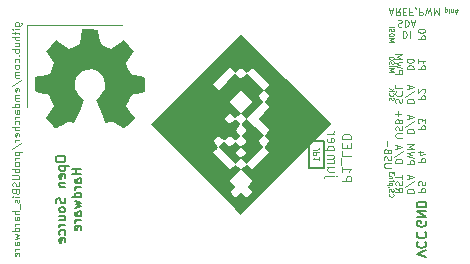
<source format=gbo>
G04 (created by PCBNEW (2013-mar-13)-testing) date Wed 17 Sep 2014 04:23:05 PM PDT*
%MOIN*%
G04 Gerber Fmt 3.4, Leading zero omitted, Abs format*
%FSLAX34Y34*%
G01*
G70*
G90*
G04 APERTURE LIST*
%ADD10C,0.005906*%
%ADD11C,0.007874*%
%ADD12C,0.003937*%
%ADD13C,0.006299*%
%ADD14C,0.004724*%
%ADD15C,0.005000*%
%ADD16C,0.000100*%
%ADD17C,0.004500*%
G04 APERTURE END LIST*
G54D10*
G54D11*
X45327Y-41127D02*
X45327Y-41187D01*
X45342Y-41217D01*
X45372Y-41247D01*
X45432Y-41262D01*
X45537Y-41262D01*
X45597Y-41247D01*
X45627Y-41217D01*
X45642Y-41187D01*
X45642Y-41127D01*
X45627Y-41097D01*
X45597Y-41067D01*
X45537Y-41052D01*
X45432Y-41052D01*
X45372Y-41067D01*
X45342Y-41097D01*
X45327Y-41127D01*
X45432Y-41397D02*
X45747Y-41397D01*
X45447Y-41397D02*
X45432Y-41427D01*
X45432Y-41487D01*
X45447Y-41517D01*
X45462Y-41532D01*
X45492Y-41547D01*
X45582Y-41547D01*
X45612Y-41532D01*
X45627Y-41517D01*
X45642Y-41487D01*
X45642Y-41427D01*
X45627Y-41397D01*
X45627Y-41802D02*
X45642Y-41772D01*
X45642Y-41712D01*
X45627Y-41682D01*
X45597Y-41667D01*
X45477Y-41667D01*
X45447Y-41682D01*
X45432Y-41712D01*
X45432Y-41772D01*
X45447Y-41802D01*
X45477Y-41817D01*
X45507Y-41817D01*
X45537Y-41667D01*
X45432Y-41952D02*
X45642Y-41952D01*
X45462Y-41952D02*
X45447Y-41967D01*
X45432Y-41997D01*
X45432Y-42042D01*
X45447Y-42072D01*
X45477Y-42087D01*
X45642Y-42087D01*
X45627Y-42462D02*
X45642Y-42507D01*
X45642Y-42582D01*
X45627Y-42612D01*
X45612Y-42627D01*
X45582Y-42642D01*
X45552Y-42642D01*
X45522Y-42627D01*
X45507Y-42612D01*
X45492Y-42582D01*
X45477Y-42522D01*
X45462Y-42492D01*
X45447Y-42477D01*
X45417Y-42462D01*
X45387Y-42462D01*
X45357Y-42477D01*
X45342Y-42492D01*
X45327Y-42522D01*
X45327Y-42597D01*
X45342Y-42642D01*
X45642Y-42822D02*
X45627Y-42792D01*
X45612Y-42777D01*
X45582Y-42762D01*
X45492Y-42762D01*
X45462Y-42777D01*
X45447Y-42792D01*
X45432Y-42822D01*
X45432Y-42867D01*
X45447Y-42897D01*
X45462Y-42912D01*
X45492Y-42927D01*
X45582Y-42927D01*
X45612Y-42912D01*
X45627Y-42897D01*
X45642Y-42867D01*
X45642Y-42822D01*
X45432Y-43197D02*
X45642Y-43197D01*
X45432Y-43062D02*
X45597Y-43062D01*
X45627Y-43077D01*
X45642Y-43107D01*
X45642Y-43152D01*
X45627Y-43182D01*
X45612Y-43197D01*
X45642Y-43347D02*
X45432Y-43347D01*
X45492Y-43347D02*
X45462Y-43362D01*
X45447Y-43377D01*
X45432Y-43407D01*
X45432Y-43437D01*
X45627Y-43677D02*
X45642Y-43647D01*
X45642Y-43587D01*
X45627Y-43557D01*
X45612Y-43542D01*
X45582Y-43527D01*
X45492Y-43527D01*
X45462Y-43542D01*
X45447Y-43557D01*
X45432Y-43587D01*
X45432Y-43647D01*
X45447Y-43677D01*
X45627Y-43932D02*
X45642Y-43902D01*
X45642Y-43842D01*
X45627Y-43812D01*
X45597Y-43797D01*
X45477Y-43797D01*
X45447Y-43812D01*
X45432Y-43842D01*
X45432Y-43902D01*
X45447Y-43932D01*
X45477Y-43947D01*
X45507Y-43947D01*
X45537Y-43797D01*
X46162Y-41487D02*
X45847Y-41487D01*
X45997Y-41487D02*
X45997Y-41667D01*
X46162Y-41667D02*
X45847Y-41667D01*
X46162Y-41952D02*
X45997Y-41952D01*
X45967Y-41937D01*
X45952Y-41907D01*
X45952Y-41847D01*
X45967Y-41817D01*
X46147Y-41952D02*
X46162Y-41922D01*
X46162Y-41847D01*
X46147Y-41817D01*
X46117Y-41802D01*
X46087Y-41802D01*
X46057Y-41817D01*
X46042Y-41847D01*
X46042Y-41922D01*
X46027Y-41952D01*
X46162Y-42102D02*
X45952Y-42102D01*
X46012Y-42102D02*
X45982Y-42117D01*
X45967Y-42132D01*
X45952Y-42162D01*
X45952Y-42192D01*
X46162Y-42432D02*
X45847Y-42432D01*
X46147Y-42432D02*
X46162Y-42402D01*
X46162Y-42342D01*
X46147Y-42312D01*
X46132Y-42297D01*
X46102Y-42282D01*
X46012Y-42282D01*
X45982Y-42297D01*
X45967Y-42312D01*
X45952Y-42342D01*
X45952Y-42402D01*
X45967Y-42432D01*
X45952Y-42552D02*
X46162Y-42612D01*
X46012Y-42672D01*
X46162Y-42732D01*
X45952Y-42792D01*
X46162Y-43047D02*
X45997Y-43047D01*
X45967Y-43032D01*
X45952Y-43002D01*
X45952Y-42942D01*
X45967Y-42912D01*
X46147Y-43047D02*
X46162Y-43017D01*
X46162Y-42942D01*
X46147Y-42912D01*
X46117Y-42897D01*
X46087Y-42897D01*
X46057Y-42912D01*
X46042Y-42942D01*
X46042Y-43017D01*
X46027Y-43047D01*
X46162Y-43197D02*
X45952Y-43197D01*
X46012Y-43197D02*
X45982Y-43212D01*
X45967Y-43227D01*
X45952Y-43257D01*
X45952Y-43287D01*
X46147Y-43512D02*
X46162Y-43482D01*
X46162Y-43422D01*
X46147Y-43392D01*
X46117Y-43377D01*
X45997Y-43377D01*
X45967Y-43392D01*
X45952Y-43422D01*
X45952Y-43482D01*
X45967Y-43512D01*
X45997Y-43527D01*
X46027Y-43527D01*
X46057Y-43377D01*
G54D12*
X56436Y-39202D02*
X56428Y-39179D01*
X56428Y-39142D01*
X56436Y-39127D01*
X56443Y-39119D01*
X56458Y-39112D01*
X56473Y-39112D01*
X56488Y-39119D01*
X56496Y-39127D01*
X56503Y-39142D01*
X56511Y-39172D01*
X56518Y-39187D01*
X56526Y-39194D01*
X56541Y-39202D01*
X56556Y-39202D01*
X56571Y-39194D01*
X56578Y-39187D01*
X56586Y-39172D01*
X56586Y-39134D01*
X56578Y-39112D01*
X56443Y-38955D02*
X56436Y-38962D01*
X56428Y-38985D01*
X56428Y-39000D01*
X56436Y-39022D01*
X56451Y-39037D01*
X56466Y-39044D01*
X56496Y-39052D01*
X56518Y-39052D01*
X56548Y-39044D01*
X56563Y-39037D01*
X56578Y-39022D01*
X56586Y-39000D01*
X56586Y-38985D01*
X56578Y-38962D01*
X56571Y-38955D01*
X56428Y-38887D02*
X56586Y-38887D01*
X56428Y-38797D02*
X56518Y-38865D01*
X56586Y-38797D02*
X56496Y-38887D01*
X58282Y-36254D02*
X58282Y-36096D01*
X58282Y-36246D02*
X58297Y-36254D01*
X58327Y-36254D01*
X58342Y-36246D01*
X58350Y-36239D01*
X58357Y-36224D01*
X58357Y-36179D01*
X58350Y-36164D01*
X58342Y-36156D01*
X58327Y-36149D01*
X58297Y-36149D01*
X58282Y-36156D01*
X58425Y-36149D02*
X58425Y-36254D01*
X58425Y-36306D02*
X58417Y-36299D01*
X58425Y-36291D01*
X58432Y-36299D01*
X58425Y-36306D01*
X58425Y-36291D01*
X58500Y-36254D02*
X58500Y-36149D01*
X58500Y-36239D02*
X58507Y-36246D01*
X58522Y-36254D01*
X58544Y-36254D01*
X58559Y-36246D01*
X58567Y-36231D01*
X58567Y-36149D01*
X58709Y-36254D02*
X58709Y-36149D01*
X58672Y-36314D02*
X58634Y-36201D01*
X58732Y-36201D01*
X56443Y-42318D02*
X56436Y-42326D01*
X56428Y-42348D01*
X56428Y-42363D01*
X56436Y-42386D01*
X56451Y-42401D01*
X56466Y-42408D01*
X56496Y-42416D01*
X56518Y-42416D01*
X56548Y-42408D01*
X56563Y-42401D01*
X56578Y-42386D01*
X56586Y-42363D01*
X56586Y-42348D01*
X56578Y-42326D01*
X56571Y-42318D01*
X56436Y-42258D02*
X56428Y-42236D01*
X56428Y-42198D01*
X56436Y-42183D01*
X56443Y-42176D01*
X56458Y-42168D01*
X56473Y-42168D01*
X56488Y-42176D01*
X56496Y-42183D01*
X56503Y-42198D01*
X56511Y-42228D01*
X56518Y-42243D01*
X56526Y-42251D01*
X56541Y-42258D01*
X56556Y-42258D01*
X56571Y-42251D01*
X56578Y-42243D01*
X56586Y-42228D01*
X56586Y-42191D01*
X56578Y-42168D01*
X56436Y-42093D02*
X56428Y-42093D01*
X56413Y-42101D01*
X56406Y-42108D01*
X56533Y-42026D02*
X56376Y-42026D01*
X56526Y-42026D02*
X56533Y-42011D01*
X56533Y-41981D01*
X56526Y-41966D01*
X56518Y-41958D01*
X56503Y-41951D01*
X56458Y-41951D01*
X56443Y-41958D01*
X56436Y-41966D01*
X56428Y-41981D01*
X56428Y-42011D01*
X56436Y-42026D01*
X56428Y-41883D02*
X56533Y-41883D01*
X56586Y-41883D02*
X56578Y-41891D01*
X56571Y-41883D01*
X56578Y-41876D01*
X56586Y-41883D01*
X56571Y-41883D01*
X56533Y-41808D02*
X56428Y-41808D01*
X56518Y-41808D02*
X56526Y-41801D01*
X56533Y-41786D01*
X56533Y-41763D01*
X56526Y-41748D01*
X56511Y-41741D01*
X56428Y-41741D01*
X56586Y-41681D02*
X56586Y-41583D01*
X56526Y-41636D01*
X56526Y-41613D01*
X56518Y-41598D01*
X56511Y-41591D01*
X56496Y-41583D01*
X56458Y-41583D01*
X56443Y-41591D01*
X56436Y-41598D01*
X56428Y-41613D01*
X56428Y-41658D01*
X56436Y-41673D01*
X56443Y-41681D01*
X56428Y-38247D02*
X56586Y-38247D01*
X56473Y-38194D01*
X56586Y-38142D01*
X56428Y-38142D01*
X56428Y-38067D02*
X56586Y-38067D01*
X56436Y-38000D02*
X56428Y-37977D01*
X56428Y-37940D01*
X56436Y-37925D01*
X56443Y-37917D01*
X56458Y-37910D01*
X56473Y-37910D01*
X56488Y-37917D01*
X56496Y-37925D01*
X56503Y-37940D01*
X56511Y-37970D01*
X56518Y-37985D01*
X56526Y-37992D01*
X56541Y-38000D01*
X56556Y-38000D01*
X56571Y-37992D01*
X56578Y-37985D01*
X56586Y-37970D01*
X56586Y-37932D01*
X56578Y-37910D01*
X56586Y-37812D02*
X56586Y-37782D01*
X56578Y-37767D01*
X56563Y-37752D01*
X56533Y-37745D01*
X56481Y-37745D01*
X56451Y-37752D01*
X56436Y-37767D01*
X56428Y-37782D01*
X56428Y-37812D01*
X56436Y-37827D01*
X56451Y-37842D01*
X56481Y-37850D01*
X56533Y-37850D01*
X56563Y-37842D01*
X56578Y-37827D01*
X56586Y-37812D01*
X56428Y-37247D02*
X56586Y-37247D01*
X56473Y-37194D01*
X56586Y-37142D01*
X56428Y-37142D01*
X56586Y-37037D02*
X56586Y-37007D01*
X56578Y-36992D01*
X56563Y-36977D01*
X56533Y-36970D01*
X56481Y-36970D01*
X56451Y-36977D01*
X56436Y-36992D01*
X56428Y-37007D01*
X56428Y-37037D01*
X56436Y-37052D01*
X56451Y-37067D01*
X56481Y-37074D01*
X56533Y-37074D01*
X56563Y-37067D01*
X56578Y-37052D01*
X56586Y-37037D01*
X56436Y-36910D02*
X56428Y-36887D01*
X56428Y-36850D01*
X56436Y-36835D01*
X56443Y-36827D01*
X56458Y-36820D01*
X56473Y-36820D01*
X56488Y-36827D01*
X56496Y-36835D01*
X56503Y-36850D01*
X56511Y-36880D01*
X56518Y-36895D01*
X56526Y-36902D01*
X56541Y-36910D01*
X56556Y-36910D01*
X56571Y-36902D01*
X56578Y-36895D01*
X56586Y-36880D01*
X56586Y-36842D01*
X56578Y-36820D01*
X56428Y-36752D02*
X56586Y-36752D01*
G54D13*
X57672Y-44419D02*
X57357Y-44314D01*
X57672Y-44209D01*
X57387Y-43925D02*
X57372Y-43940D01*
X57357Y-43985D01*
X57357Y-44014D01*
X57372Y-44059D01*
X57402Y-44089D01*
X57432Y-44104D01*
X57492Y-44119D01*
X57537Y-44119D01*
X57597Y-44104D01*
X57627Y-44089D01*
X57657Y-44059D01*
X57672Y-44014D01*
X57672Y-43985D01*
X57657Y-43940D01*
X57642Y-43925D01*
X57387Y-43610D02*
X57372Y-43625D01*
X57357Y-43670D01*
X57357Y-43700D01*
X57372Y-43745D01*
X57402Y-43775D01*
X57432Y-43790D01*
X57492Y-43805D01*
X57537Y-43805D01*
X57597Y-43790D01*
X57627Y-43775D01*
X57657Y-43745D01*
X57672Y-43700D01*
X57672Y-43670D01*
X57657Y-43625D01*
X57642Y-43610D01*
X57657Y-43239D02*
X57672Y-43269D01*
X57672Y-43314D01*
X57657Y-43359D01*
X57627Y-43389D01*
X57597Y-43404D01*
X57537Y-43419D01*
X57492Y-43419D01*
X57432Y-43404D01*
X57402Y-43389D01*
X57372Y-43359D01*
X57357Y-43314D01*
X57357Y-43284D01*
X57372Y-43239D01*
X57387Y-43224D01*
X57492Y-43224D01*
X57492Y-43284D01*
X57357Y-43089D02*
X57672Y-43089D01*
X57357Y-42910D01*
X57672Y-42910D01*
X57357Y-42760D02*
X57672Y-42760D01*
X57672Y-42685D01*
X57657Y-42640D01*
X57627Y-42610D01*
X57597Y-42595D01*
X57537Y-42580D01*
X57492Y-42580D01*
X57432Y-42595D01*
X57402Y-42610D01*
X57372Y-42640D01*
X57357Y-42685D01*
X57357Y-42760D01*
G54D14*
X43949Y-36720D02*
X44140Y-36720D01*
X44163Y-36709D01*
X44174Y-36697D01*
X44185Y-36675D01*
X44185Y-36641D01*
X44174Y-36619D01*
X44095Y-36720D02*
X44106Y-36697D01*
X44106Y-36652D01*
X44095Y-36630D01*
X44084Y-36619D01*
X44061Y-36607D01*
X43994Y-36607D01*
X43971Y-36619D01*
X43960Y-36630D01*
X43949Y-36652D01*
X43949Y-36697D01*
X43960Y-36720D01*
X44106Y-36832D02*
X43949Y-36832D01*
X43870Y-36832D02*
X43881Y-36821D01*
X43893Y-36832D01*
X43881Y-36844D01*
X43870Y-36832D01*
X43893Y-36832D01*
X43949Y-36911D02*
X43949Y-37001D01*
X43870Y-36945D02*
X44073Y-36945D01*
X44095Y-36956D01*
X44106Y-36979D01*
X44106Y-37001D01*
X44106Y-37080D02*
X43870Y-37080D01*
X44106Y-37181D02*
X43983Y-37181D01*
X43960Y-37170D01*
X43949Y-37147D01*
X43949Y-37114D01*
X43960Y-37091D01*
X43971Y-37080D01*
X43949Y-37395D02*
X44106Y-37395D01*
X43949Y-37294D02*
X44073Y-37294D01*
X44095Y-37305D01*
X44106Y-37327D01*
X44106Y-37361D01*
X44095Y-37384D01*
X44084Y-37395D01*
X44106Y-37507D02*
X43870Y-37507D01*
X43960Y-37507D02*
X43949Y-37530D01*
X43949Y-37575D01*
X43960Y-37597D01*
X43971Y-37609D01*
X43994Y-37620D01*
X44061Y-37620D01*
X44084Y-37609D01*
X44095Y-37597D01*
X44106Y-37575D01*
X44106Y-37530D01*
X44095Y-37507D01*
X44084Y-37721D02*
X44095Y-37732D01*
X44106Y-37721D01*
X44095Y-37710D01*
X44084Y-37721D01*
X44106Y-37721D01*
X44095Y-37935D02*
X44106Y-37912D01*
X44106Y-37867D01*
X44095Y-37845D01*
X44084Y-37834D01*
X44061Y-37822D01*
X43994Y-37822D01*
X43971Y-37834D01*
X43960Y-37845D01*
X43949Y-37867D01*
X43949Y-37912D01*
X43960Y-37935D01*
X44106Y-38070D02*
X44095Y-38047D01*
X44084Y-38036D01*
X44061Y-38025D01*
X43994Y-38025D01*
X43971Y-38036D01*
X43960Y-38047D01*
X43949Y-38070D01*
X43949Y-38104D01*
X43960Y-38126D01*
X43971Y-38137D01*
X43994Y-38149D01*
X44061Y-38149D01*
X44084Y-38137D01*
X44095Y-38126D01*
X44106Y-38104D01*
X44106Y-38070D01*
X44106Y-38250D02*
X43949Y-38250D01*
X43971Y-38250D02*
X43960Y-38261D01*
X43949Y-38284D01*
X43949Y-38317D01*
X43960Y-38340D01*
X43983Y-38351D01*
X44106Y-38351D01*
X43983Y-38351D02*
X43960Y-38362D01*
X43949Y-38385D01*
X43949Y-38419D01*
X43960Y-38441D01*
X43983Y-38452D01*
X44106Y-38452D01*
X43859Y-38733D02*
X44163Y-38531D01*
X44095Y-38902D02*
X44106Y-38880D01*
X44106Y-38835D01*
X44095Y-38812D01*
X44073Y-38801D01*
X43983Y-38801D01*
X43960Y-38812D01*
X43949Y-38835D01*
X43949Y-38880D01*
X43960Y-38902D01*
X43983Y-38913D01*
X44005Y-38913D01*
X44028Y-38801D01*
X44106Y-39015D02*
X43949Y-39015D01*
X43971Y-39015D02*
X43960Y-39026D01*
X43949Y-39048D01*
X43949Y-39082D01*
X43960Y-39105D01*
X43983Y-39116D01*
X44106Y-39116D01*
X43983Y-39116D02*
X43960Y-39127D01*
X43949Y-39150D01*
X43949Y-39183D01*
X43960Y-39206D01*
X43983Y-39217D01*
X44106Y-39217D01*
X44106Y-39431D02*
X43870Y-39431D01*
X44095Y-39431D02*
X44106Y-39408D01*
X44106Y-39363D01*
X44095Y-39341D01*
X44084Y-39330D01*
X44061Y-39318D01*
X43994Y-39318D01*
X43971Y-39330D01*
X43960Y-39341D01*
X43949Y-39363D01*
X43949Y-39408D01*
X43960Y-39431D01*
X44106Y-39645D02*
X43983Y-39645D01*
X43960Y-39633D01*
X43949Y-39611D01*
X43949Y-39566D01*
X43960Y-39543D01*
X44095Y-39645D02*
X44106Y-39622D01*
X44106Y-39566D01*
X44095Y-39543D01*
X44073Y-39532D01*
X44050Y-39532D01*
X44028Y-39543D01*
X44016Y-39566D01*
X44016Y-39622D01*
X44005Y-39645D01*
X44106Y-39757D02*
X43949Y-39757D01*
X43994Y-39757D02*
X43971Y-39768D01*
X43960Y-39780D01*
X43949Y-39802D01*
X43949Y-39825D01*
X44095Y-40005D02*
X44106Y-39982D01*
X44106Y-39937D01*
X44095Y-39915D01*
X44084Y-39903D01*
X44061Y-39892D01*
X43994Y-39892D01*
X43971Y-39903D01*
X43960Y-39915D01*
X43949Y-39937D01*
X43949Y-39982D01*
X43960Y-40005D01*
X44106Y-40106D02*
X43870Y-40106D01*
X44106Y-40207D02*
X43983Y-40207D01*
X43960Y-40196D01*
X43949Y-40173D01*
X43949Y-40140D01*
X43960Y-40117D01*
X43971Y-40106D01*
X44095Y-40410D02*
X44106Y-40387D01*
X44106Y-40342D01*
X44095Y-40320D01*
X44073Y-40308D01*
X43983Y-40308D01*
X43960Y-40320D01*
X43949Y-40342D01*
X43949Y-40387D01*
X43960Y-40410D01*
X43983Y-40421D01*
X44005Y-40421D01*
X44028Y-40308D01*
X44106Y-40522D02*
X43949Y-40522D01*
X43994Y-40522D02*
X43971Y-40533D01*
X43960Y-40544D01*
X43949Y-40567D01*
X43949Y-40589D01*
X43859Y-40837D02*
X44163Y-40634D01*
X43949Y-40916D02*
X44185Y-40916D01*
X43960Y-40916D02*
X43949Y-40938D01*
X43949Y-40983D01*
X43960Y-41006D01*
X43971Y-41017D01*
X43994Y-41028D01*
X44061Y-41028D01*
X44084Y-41017D01*
X44095Y-41006D01*
X44106Y-40983D01*
X44106Y-40938D01*
X44095Y-40916D01*
X44106Y-41129D02*
X43949Y-41129D01*
X43994Y-41129D02*
X43971Y-41141D01*
X43960Y-41152D01*
X43949Y-41174D01*
X43949Y-41197D01*
X44106Y-41309D02*
X44095Y-41287D01*
X44084Y-41276D01*
X44061Y-41264D01*
X43994Y-41264D01*
X43971Y-41276D01*
X43960Y-41287D01*
X43949Y-41309D01*
X43949Y-41343D01*
X43960Y-41366D01*
X43971Y-41377D01*
X43994Y-41388D01*
X44061Y-41388D01*
X44084Y-41377D01*
X44095Y-41366D01*
X44106Y-41343D01*
X44106Y-41309D01*
X44106Y-41489D02*
X43870Y-41489D01*
X43960Y-41489D02*
X43949Y-41512D01*
X43949Y-41557D01*
X43960Y-41579D01*
X43971Y-41591D01*
X43994Y-41602D01*
X44061Y-41602D01*
X44084Y-41591D01*
X44095Y-41579D01*
X44106Y-41557D01*
X44106Y-41512D01*
X44095Y-41489D01*
X43870Y-41703D02*
X44061Y-41703D01*
X44084Y-41714D01*
X44095Y-41726D01*
X44106Y-41748D01*
X44106Y-41793D01*
X44095Y-41816D01*
X44084Y-41827D01*
X44061Y-41838D01*
X43870Y-41838D01*
X44095Y-41939D02*
X44106Y-41973D01*
X44106Y-42029D01*
X44095Y-42052D01*
X44084Y-42063D01*
X44061Y-42074D01*
X44039Y-42074D01*
X44016Y-42063D01*
X44005Y-42052D01*
X43994Y-42029D01*
X43983Y-41984D01*
X43971Y-41962D01*
X43960Y-41951D01*
X43938Y-41939D01*
X43915Y-41939D01*
X43893Y-41951D01*
X43881Y-41962D01*
X43870Y-41984D01*
X43870Y-42041D01*
X43881Y-42074D01*
X43983Y-42254D02*
X43994Y-42288D01*
X44005Y-42299D01*
X44028Y-42311D01*
X44061Y-42311D01*
X44084Y-42299D01*
X44095Y-42288D01*
X44106Y-42266D01*
X44106Y-42176D01*
X43870Y-42176D01*
X43870Y-42254D01*
X43881Y-42277D01*
X43893Y-42288D01*
X43915Y-42299D01*
X43938Y-42299D01*
X43960Y-42288D01*
X43971Y-42277D01*
X43983Y-42254D01*
X43983Y-42176D01*
X44106Y-42412D02*
X43949Y-42412D01*
X43870Y-42412D02*
X43881Y-42401D01*
X43893Y-42412D01*
X43881Y-42423D01*
X43870Y-42412D01*
X43893Y-42412D01*
X44095Y-42513D02*
X44106Y-42535D01*
X44106Y-42580D01*
X44095Y-42603D01*
X44073Y-42614D01*
X44061Y-42614D01*
X44039Y-42603D01*
X44028Y-42580D01*
X44028Y-42547D01*
X44016Y-42524D01*
X43994Y-42513D01*
X43983Y-42513D01*
X43960Y-42524D01*
X43949Y-42547D01*
X43949Y-42580D01*
X43960Y-42603D01*
X44129Y-42659D02*
X44129Y-42839D01*
X44106Y-42895D02*
X43870Y-42895D01*
X44106Y-42997D02*
X43983Y-42997D01*
X43960Y-42985D01*
X43949Y-42963D01*
X43949Y-42929D01*
X43960Y-42907D01*
X43971Y-42895D01*
X44106Y-43210D02*
X43983Y-43210D01*
X43960Y-43199D01*
X43949Y-43177D01*
X43949Y-43132D01*
X43960Y-43109D01*
X44095Y-43210D02*
X44106Y-43188D01*
X44106Y-43132D01*
X44095Y-43109D01*
X44073Y-43098D01*
X44050Y-43098D01*
X44028Y-43109D01*
X44016Y-43132D01*
X44016Y-43188D01*
X44005Y-43210D01*
X44106Y-43323D02*
X43949Y-43323D01*
X43994Y-43323D02*
X43971Y-43334D01*
X43960Y-43345D01*
X43949Y-43368D01*
X43949Y-43390D01*
X44106Y-43570D02*
X43870Y-43570D01*
X44095Y-43570D02*
X44106Y-43548D01*
X44106Y-43503D01*
X44095Y-43480D01*
X44084Y-43469D01*
X44061Y-43458D01*
X43994Y-43458D01*
X43971Y-43469D01*
X43960Y-43480D01*
X43949Y-43503D01*
X43949Y-43548D01*
X43960Y-43570D01*
X43949Y-43660D02*
X44106Y-43705D01*
X43994Y-43750D01*
X44106Y-43795D01*
X43949Y-43840D01*
X44106Y-44032D02*
X43983Y-44032D01*
X43960Y-44020D01*
X43949Y-43998D01*
X43949Y-43953D01*
X43960Y-43930D01*
X44095Y-44032D02*
X44106Y-44009D01*
X44106Y-43953D01*
X44095Y-43930D01*
X44073Y-43919D01*
X44050Y-43919D01*
X44028Y-43930D01*
X44016Y-43953D01*
X44016Y-44009D01*
X44005Y-44032D01*
X44106Y-44144D02*
X43949Y-44144D01*
X43994Y-44144D02*
X43971Y-44155D01*
X43960Y-44167D01*
X43949Y-44189D01*
X43949Y-44212D01*
X44095Y-44380D02*
X44106Y-44358D01*
X44106Y-44313D01*
X44095Y-44290D01*
X44073Y-44279D01*
X43983Y-44279D01*
X43960Y-44290D01*
X43949Y-44313D01*
X43949Y-44358D01*
X43960Y-44380D01*
X43983Y-44392D01*
X44005Y-44392D01*
X44028Y-44279D01*
X56881Y-36893D02*
X56881Y-37129D01*
X56938Y-37129D01*
X56971Y-37118D01*
X56994Y-37095D01*
X57005Y-37073D01*
X57016Y-37028D01*
X57016Y-36994D01*
X57005Y-36949D01*
X56994Y-36926D01*
X56971Y-36904D01*
X56938Y-36893D01*
X56881Y-36893D01*
X57118Y-36893D02*
X57118Y-37129D01*
X56713Y-36526D02*
X56746Y-36515D01*
X56803Y-36515D01*
X56825Y-36526D01*
X56836Y-36537D01*
X56848Y-36560D01*
X56848Y-36582D01*
X56836Y-36605D01*
X56825Y-36616D01*
X56803Y-36627D01*
X56758Y-36638D01*
X56735Y-36650D01*
X56724Y-36661D01*
X56713Y-36683D01*
X56713Y-36706D01*
X56724Y-36728D01*
X56735Y-36740D01*
X56758Y-36751D01*
X56814Y-36751D01*
X56848Y-36740D01*
X56949Y-36515D02*
X56949Y-36751D01*
X57005Y-36751D01*
X57039Y-36740D01*
X57061Y-36717D01*
X57073Y-36695D01*
X57084Y-36650D01*
X57084Y-36616D01*
X57073Y-36571D01*
X57061Y-36548D01*
X57039Y-36526D01*
X57005Y-36515D01*
X56949Y-36515D01*
X57174Y-36582D02*
X57286Y-36582D01*
X57151Y-36515D02*
X57230Y-36751D01*
X57309Y-36515D01*
X56443Y-36204D02*
X56555Y-36204D01*
X56420Y-36137D02*
X56499Y-36373D01*
X56578Y-36137D01*
X56791Y-36137D02*
X56713Y-36249D01*
X56656Y-36137D02*
X56656Y-36373D01*
X56746Y-36373D01*
X56769Y-36362D01*
X56780Y-36350D01*
X56791Y-36328D01*
X56791Y-36294D01*
X56780Y-36272D01*
X56769Y-36260D01*
X56746Y-36249D01*
X56656Y-36249D01*
X56893Y-36260D02*
X56971Y-36260D01*
X57005Y-36137D02*
X56893Y-36137D01*
X56893Y-36373D01*
X57005Y-36373D01*
X57185Y-36260D02*
X57106Y-36260D01*
X57106Y-36137D02*
X57106Y-36373D01*
X57219Y-36373D01*
X57320Y-36148D02*
X57320Y-36137D01*
X57309Y-36114D01*
X57298Y-36103D01*
X57421Y-36137D02*
X57421Y-36373D01*
X57511Y-36373D01*
X57534Y-36362D01*
X57545Y-36350D01*
X57556Y-36328D01*
X57556Y-36294D01*
X57545Y-36272D01*
X57534Y-36260D01*
X57511Y-36249D01*
X57421Y-36249D01*
X57635Y-36373D02*
X57691Y-36137D01*
X57736Y-36305D01*
X57781Y-36137D01*
X57838Y-36373D01*
X57928Y-36137D02*
X57928Y-36373D01*
X58006Y-36204D01*
X58085Y-36373D01*
X58085Y-36137D01*
X57393Y-37174D02*
X57629Y-37174D01*
X57629Y-37084D01*
X57618Y-37061D01*
X57606Y-37050D01*
X57584Y-37039D01*
X57550Y-37039D01*
X57528Y-37050D01*
X57516Y-37061D01*
X57505Y-37084D01*
X57505Y-37174D01*
X57629Y-36893D02*
X57629Y-36870D01*
X57618Y-36848D01*
X57606Y-36836D01*
X57584Y-36825D01*
X57539Y-36814D01*
X57483Y-36814D01*
X57438Y-36825D01*
X57415Y-36836D01*
X57404Y-36848D01*
X57393Y-36870D01*
X57393Y-36893D01*
X57404Y-36915D01*
X57415Y-36926D01*
X57438Y-36938D01*
X57483Y-36949D01*
X57539Y-36949D01*
X57584Y-36938D01*
X57606Y-36926D01*
X57618Y-36915D01*
X57629Y-36893D01*
X57393Y-38174D02*
X57629Y-38174D01*
X57629Y-38084D01*
X57618Y-38061D01*
X57606Y-38050D01*
X57584Y-38039D01*
X57550Y-38039D01*
X57528Y-38050D01*
X57516Y-38061D01*
X57505Y-38084D01*
X57505Y-38174D01*
X57393Y-37814D02*
X57393Y-37949D01*
X57393Y-37881D02*
X57629Y-37881D01*
X57595Y-37904D01*
X57573Y-37926D01*
X57561Y-37949D01*
X57015Y-38174D02*
X57251Y-38174D01*
X57251Y-38118D01*
X57240Y-38084D01*
X57217Y-38061D01*
X57195Y-38050D01*
X57150Y-38039D01*
X57116Y-38039D01*
X57071Y-38050D01*
X57048Y-38061D01*
X57026Y-38084D01*
X57015Y-38118D01*
X57015Y-38174D01*
X57251Y-37893D02*
X57251Y-37870D01*
X57240Y-37848D01*
X57228Y-37836D01*
X57206Y-37825D01*
X57161Y-37814D01*
X57105Y-37814D01*
X57060Y-37825D01*
X57037Y-37836D01*
X57026Y-37848D01*
X57015Y-37870D01*
X57015Y-37893D01*
X57026Y-37915D01*
X57037Y-37926D01*
X57060Y-37938D01*
X57105Y-37949D01*
X57161Y-37949D01*
X57206Y-37938D01*
X57228Y-37926D01*
X57240Y-37915D01*
X57251Y-37893D01*
X56637Y-38331D02*
X56873Y-38331D01*
X56873Y-38241D01*
X56862Y-38219D01*
X56850Y-38208D01*
X56828Y-38196D01*
X56794Y-38196D01*
X56772Y-38208D01*
X56760Y-38219D01*
X56749Y-38241D01*
X56749Y-38331D01*
X56873Y-38118D02*
X56637Y-38061D01*
X56805Y-38016D01*
X56637Y-37971D01*
X56873Y-37915D01*
X56637Y-37825D02*
X56873Y-37825D01*
X56704Y-37746D01*
X56873Y-37668D01*
X56637Y-37668D01*
X57393Y-39174D02*
X57629Y-39174D01*
X57629Y-39084D01*
X57618Y-39061D01*
X57606Y-39050D01*
X57584Y-39039D01*
X57550Y-39039D01*
X57528Y-39050D01*
X57516Y-39061D01*
X57505Y-39084D01*
X57505Y-39174D01*
X57606Y-38949D02*
X57618Y-38938D01*
X57629Y-38915D01*
X57629Y-38859D01*
X57618Y-38836D01*
X57606Y-38825D01*
X57584Y-38814D01*
X57561Y-38814D01*
X57528Y-38825D01*
X57393Y-38960D01*
X57393Y-38814D01*
X57015Y-39286D02*
X57251Y-39286D01*
X57251Y-39230D01*
X57240Y-39196D01*
X57217Y-39174D01*
X57195Y-39163D01*
X57150Y-39151D01*
X57116Y-39151D01*
X57071Y-39163D01*
X57048Y-39174D01*
X57026Y-39196D01*
X57015Y-39230D01*
X57015Y-39286D01*
X57262Y-38881D02*
X56958Y-39084D01*
X57082Y-38814D02*
X57082Y-38701D01*
X57015Y-38836D02*
X57251Y-38758D01*
X57015Y-38679D01*
X56648Y-39281D02*
X56637Y-39247D01*
X56637Y-39191D01*
X56648Y-39168D01*
X56659Y-39157D01*
X56682Y-39146D01*
X56704Y-39146D01*
X56727Y-39157D01*
X56738Y-39168D01*
X56749Y-39191D01*
X56760Y-39236D01*
X56772Y-39258D01*
X56783Y-39269D01*
X56805Y-39281D01*
X56828Y-39281D01*
X56850Y-39269D01*
X56862Y-39258D01*
X56873Y-39236D01*
X56873Y-39179D01*
X56862Y-39146D01*
X56659Y-38910D02*
X56648Y-38921D01*
X56637Y-38955D01*
X56637Y-38977D01*
X56648Y-39011D01*
X56670Y-39033D01*
X56693Y-39044D01*
X56738Y-39056D01*
X56772Y-39056D01*
X56817Y-39044D01*
X56839Y-39033D01*
X56862Y-39011D01*
X56873Y-38977D01*
X56873Y-38955D01*
X56862Y-38921D01*
X56850Y-38910D01*
X56637Y-38696D02*
X56637Y-38808D01*
X56873Y-38808D01*
X57393Y-40174D02*
X57629Y-40174D01*
X57629Y-40084D01*
X57618Y-40061D01*
X57606Y-40050D01*
X57584Y-40039D01*
X57550Y-40039D01*
X57528Y-40050D01*
X57516Y-40061D01*
X57505Y-40084D01*
X57505Y-40174D01*
X57629Y-39960D02*
X57629Y-39814D01*
X57539Y-39893D01*
X57539Y-39859D01*
X57528Y-39836D01*
X57516Y-39825D01*
X57494Y-39814D01*
X57438Y-39814D01*
X57415Y-39825D01*
X57404Y-39836D01*
X57393Y-39859D01*
X57393Y-39926D01*
X57404Y-39949D01*
X57415Y-39960D01*
X57015Y-40286D02*
X57251Y-40286D01*
X57251Y-40230D01*
X57240Y-40196D01*
X57217Y-40174D01*
X57195Y-40163D01*
X57150Y-40151D01*
X57116Y-40151D01*
X57071Y-40163D01*
X57048Y-40174D01*
X57026Y-40196D01*
X57015Y-40230D01*
X57015Y-40286D01*
X57262Y-39881D02*
X56958Y-40084D01*
X57082Y-39814D02*
X57082Y-39701D01*
X57015Y-39836D02*
X57251Y-39758D01*
X57015Y-39679D01*
X56873Y-40444D02*
X56682Y-40444D01*
X56659Y-40433D01*
X56648Y-40421D01*
X56637Y-40399D01*
X56637Y-40354D01*
X56648Y-40331D01*
X56659Y-40320D01*
X56682Y-40309D01*
X56873Y-40309D01*
X56648Y-40208D02*
X56637Y-40174D01*
X56637Y-40118D01*
X56648Y-40095D01*
X56659Y-40084D01*
X56682Y-40073D01*
X56704Y-40073D01*
X56727Y-40084D01*
X56738Y-40095D01*
X56749Y-40118D01*
X56760Y-40163D01*
X56772Y-40185D01*
X56783Y-40196D01*
X56805Y-40208D01*
X56828Y-40208D01*
X56850Y-40196D01*
X56862Y-40185D01*
X56873Y-40163D01*
X56873Y-40106D01*
X56862Y-40073D01*
X56760Y-39893D02*
X56749Y-39859D01*
X56738Y-39848D01*
X56715Y-39836D01*
X56682Y-39836D01*
X56659Y-39848D01*
X56648Y-39859D01*
X56637Y-39881D01*
X56637Y-39971D01*
X56873Y-39971D01*
X56873Y-39893D01*
X56862Y-39870D01*
X56850Y-39859D01*
X56828Y-39848D01*
X56805Y-39848D01*
X56783Y-39859D01*
X56772Y-39870D01*
X56760Y-39893D01*
X56760Y-39971D01*
X56727Y-39735D02*
X56727Y-39555D01*
X56637Y-39645D02*
X56817Y-39645D01*
X57393Y-41264D02*
X57629Y-41264D01*
X57629Y-41174D01*
X57618Y-41151D01*
X57606Y-41140D01*
X57584Y-41129D01*
X57550Y-41129D01*
X57528Y-41140D01*
X57516Y-41151D01*
X57505Y-41174D01*
X57505Y-41264D01*
X57550Y-40926D02*
X57393Y-40926D01*
X57640Y-40983D02*
X57471Y-41039D01*
X57471Y-40893D01*
X57015Y-41331D02*
X57251Y-41331D01*
X57251Y-41241D01*
X57240Y-41219D01*
X57228Y-41208D01*
X57206Y-41196D01*
X57172Y-41196D01*
X57150Y-41208D01*
X57138Y-41219D01*
X57127Y-41241D01*
X57127Y-41331D01*
X57251Y-41118D02*
X57015Y-41061D01*
X57183Y-41016D01*
X57015Y-40971D01*
X57251Y-40915D01*
X57015Y-40825D02*
X57251Y-40825D01*
X57082Y-40746D01*
X57251Y-40668D01*
X57015Y-40668D01*
X56637Y-41286D02*
X56873Y-41286D01*
X56873Y-41230D01*
X56862Y-41196D01*
X56839Y-41174D01*
X56817Y-41163D01*
X56772Y-41151D01*
X56738Y-41151D01*
X56693Y-41163D01*
X56670Y-41174D01*
X56648Y-41196D01*
X56637Y-41230D01*
X56637Y-41286D01*
X56884Y-40881D02*
X56580Y-41084D01*
X56704Y-40814D02*
X56704Y-40701D01*
X56637Y-40836D02*
X56873Y-40758D01*
X56637Y-40679D01*
X56495Y-41444D02*
X56304Y-41444D01*
X56281Y-41433D01*
X56270Y-41421D01*
X56259Y-41399D01*
X56259Y-41354D01*
X56270Y-41331D01*
X56281Y-41320D01*
X56304Y-41309D01*
X56495Y-41309D01*
X56270Y-41208D02*
X56259Y-41174D01*
X56259Y-41118D01*
X56270Y-41095D01*
X56281Y-41084D01*
X56304Y-41073D01*
X56326Y-41073D01*
X56349Y-41084D01*
X56360Y-41095D01*
X56371Y-41118D01*
X56383Y-41163D01*
X56394Y-41185D01*
X56405Y-41196D01*
X56428Y-41208D01*
X56450Y-41208D01*
X56473Y-41196D01*
X56484Y-41185D01*
X56495Y-41163D01*
X56495Y-41106D01*
X56484Y-41073D01*
X56383Y-40893D02*
X56371Y-40859D01*
X56360Y-40848D01*
X56338Y-40836D01*
X56304Y-40836D01*
X56281Y-40848D01*
X56270Y-40859D01*
X56259Y-40881D01*
X56259Y-40971D01*
X56495Y-40971D01*
X56495Y-40893D01*
X56484Y-40870D01*
X56473Y-40859D01*
X56450Y-40848D01*
X56428Y-40848D01*
X56405Y-40859D01*
X56394Y-40870D01*
X56383Y-40893D01*
X56383Y-40971D01*
X56349Y-40735D02*
X56349Y-40555D01*
X57393Y-42264D02*
X57629Y-42264D01*
X57629Y-42174D01*
X57618Y-42151D01*
X57606Y-42140D01*
X57584Y-42129D01*
X57550Y-42129D01*
X57528Y-42140D01*
X57516Y-42151D01*
X57505Y-42174D01*
X57505Y-42264D01*
X57629Y-41915D02*
X57629Y-42028D01*
X57516Y-42039D01*
X57528Y-42028D01*
X57539Y-42005D01*
X57539Y-41949D01*
X57528Y-41926D01*
X57516Y-41915D01*
X57494Y-41904D01*
X57438Y-41904D01*
X57415Y-41915D01*
X57404Y-41926D01*
X57393Y-41949D01*
X57393Y-42005D01*
X57404Y-42028D01*
X57415Y-42039D01*
X57015Y-42286D02*
X57251Y-42286D01*
X57251Y-42230D01*
X57240Y-42196D01*
X57217Y-42174D01*
X57195Y-42163D01*
X57150Y-42151D01*
X57116Y-42151D01*
X57071Y-42163D01*
X57048Y-42174D01*
X57026Y-42196D01*
X57015Y-42230D01*
X57015Y-42286D01*
X57262Y-41881D02*
X56958Y-42084D01*
X57082Y-41814D02*
X57082Y-41701D01*
X57015Y-41836D02*
X57251Y-41758D01*
X57015Y-41679D01*
X56637Y-42129D02*
X56749Y-42208D01*
X56637Y-42264D02*
X56873Y-42264D01*
X56873Y-42174D01*
X56862Y-42151D01*
X56850Y-42140D01*
X56828Y-42129D01*
X56794Y-42129D01*
X56772Y-42140D01*
X56760Y-42151D01*
X56749Y-42174D01*
X56749Y-42264D01*
X56648Y-42039D02*
X56637Y-42005D01*
X56637Y-41949D01*
X56648Y-41926D01*
X56659Y-41915D01*
X56682Y-41904D01*
X56704Y-41904D01*
X56727Y-41915D01*
X56738Y-41926D01*
X56749Y-41949D01*
X56760Y-41994D01*
X56772Y-42016D01*
X56783Y-42028D01*
X56805Y-42039D01*
X56828Y-42039D01*
X56850Y-42028D01*
X56862Y-42016D01*
X56873Y-41994D01*
X56873Y-41938D01*
X56862Y-41904D01*
X56873Y-41836D02*
X56873Y-41701D01*
X56637Y-41769D02*
X56873Y-41769D01*
G54D12*
X54857Y-41899D02*
X55172Y-41899D01*
X55172Y-41779D01*
X55157Y-41749D01*
X55142Y-41734D01*
X55112Y-41719D01*
X55067Y-41719D01*
X55037Y-41734D01*
X55022Y-41749D01*
X55007Y-41779D01*
X55007Y-41899D01*
X54857Y-41419D02*
X54857Y-41599D01*
X54857Y-41509D02*
X55172Y-41509D01*
X55127Y-41539D01*
X55097Y-41569D01*
X55082Y-41599D01*
X54827Y-41359D02*
X54827Y-41119D01*
X54857Y-40895D02*
X54857Y-41044D01*
X55172Y-41044D01*
X55022Y-40790D02*
X55022Y-40685D01*
X54857Y-40640D02*
X54857Y-40790D01*
X55172Y-40790D01*
X55172Y-40640D01*
X54857Y-40505D02*
X55172Y-40505D01*
X55172Y-40430D01*
X55157Y-40385D01*
X55127Y-40355D01*
X55097Y-40340D01*
X55037Y-40325D01*
X54992Y-40325D01*
X54932Y-40340D01*
X54902Y-40355D01*
X54872Y-40385D01*
X54857Y-40430D01*
X54857Y-40505D01*
X54587Y-41727D02*
X54317Y-41727D01*
X54287Y-41742D01*
X54272Y-41772D01*
X54272Y-41787D01*
X54692Y-41727D02*
X54677Y-41742D01*
X54662Y-41727D01*
X54677Y-41712D01*
X54692Y-41727D01*
X54662Y-41727D01*
X54587Y-41442D02*
X54377Y-41442D01*
X54587Y-41577D02*
X54422Y-41577D01*
X54392Y-41562D01*
X54377Y-41532D01*
X54377Y-41487D01*
X54392Y-41457D01*
X54407Y-41442D01*
X54377Y-41292D02*
X54587Y-41292D01*
X54557Y-41292D02*
X54572Y-41277D01*
X54587Y-41247D01*
X54587Y-41202D01*
X54572Y-41172D01*
X54542Y-41157D01*
X54377Y-41157D01*
X54542Y-41157D02*
X54572Y-41142D01*
X54587Y-41112D01*
X54587Y-41067D01*
X54572Y-41037D01*
X54542Y-41022D01*
X54377Y-41022D01*
X54587Y-40872D02*
X54272Y-40872D01*
X54572Y-40872D02*
X54587Y-40842D01*
X54587Y-40782D01*
X54572Y-40752D01*
X54557Y-40737D01*
X54527Y-40722D01*
X54437Y-40722D01*
X54407Y-40737D01*
X54392Y-40752D01*
X54377Y-40782D01*
X54377Y-40842D01*
X54392Y-40872D01*
X54392Y-40467D02*
X54377Y-40497D01*
X54377Y-40557D01*
X54392Y-40587D01*
X54422Y-40602D01*
X54542Y-40602D01*
X54572Y-40587D01*
X54587Y-40557D01*
X54587Y-40497D01*
X54572Y-40467D01*
X54542Y-40452D01*
X54512Y-40452D01*
X54482Y-40602D01*
X54377Y-40317D02*
X54587Y-40317D01*
X54527Y-40317D02*
X54557Y-40302D01*
X54572Y-40287D01*
X54587Y-40257D01*
X54587Y-40227D01*
G54D15*
X54250Y-41450D02*
X54250Y-40550D01*
X54250Y-40550D02*
X53750Y-40550D01*
X53750Y-40550D02*
X53750Y-41450D01*
X53750Y-41450D02*
X54250Y-41450D01*
G54D16*
G36*
X51500Y-43016D02*
X51311Y-42828D01*
X51782Y-42357D01*
X51840Y-42293D01*
X51852Y-42251D01*
X51816Y-42201D01*
X51782Y-42167D01*
X51724Y-42105D01*
X51713Y-42063D01*
X51749Y-42013D01*
X51782Y-41979D01*
X51876Y-41885D01*
X51688Y-41697D01*
X51500Y-41508D01*
X51594Y-41414D01*
X51656Y-41356D01*
X51699Y-41344D01*
X51749Y-41380D01*
X51782Y-41414D01*
X51876Y-41508D01*
X52159Y-41225D01*
X52442Y-40942D01*
X52348Y-40848D01*
X52289Y-40785D01*
X52279Y-40743D01*
X52316Y-40692D01*
X52348Y-40660D01*
X52406Y-40596D01*
X52417Y-40554D01*
X52381Y-40504D01*
X52348Y-40470D01*
X52290Y-40408D01*
X52279Y-40366D01*
X52315Y-40316D01*
X52348Y-40282D01*
X52442Y-40188D01*
X52253Y-40000D01*
X52065Y-39811D01*
X52254Y-39623D01*
X52443Y-39434D01*
X52348Y-39339D01*
X52290Y-39277D01*
X52279Y-39234D01*
X52315Y-39184D01*
X52348Y-39151D01*
X52407Y-39088D01*
X52417Y-39046D01*
X52381Y-38995D01*
X52348Y-38963D01*
X52290Y-38899D01*
X52279Y-38857D01*
X52315Y-38807D01*
X52348Y-38773D01*
X52442Y-38679D01*
X52159Y-38396D01*
X51876Y-38114D01*
X51782Y-38208D01*
X51719Y-38266D01*
X51678Y-38277D01*
X51627Y-38241D01*
X51594Y-38208D01*
X51531Y-38150D01*
X51489Y-38139D01*
X51439Y-38175D01*
X51405Y-38208D01*
X51343Y-38266D01*
X51300Y-38277D01*
X51250Y-38241D01*
X51217Y-38208D01*
X51123Y-38114D01*
X50840Y-38396D01*
X50557Y-38679D01*
X50651Y-38773D01*
X50746Y-38868D01*
X51029Y-38585D01*
X51311Y-38302D01*
X51405Y-38396D01*
X51468Y-38454D01*
X51510Y-38466D01*
X51560Y-38430D01*
X51594Y-38396D01*
X51688Y-38302D01*
X51970Y-38585D01*
X52253Y-38868D01*
X52159Y-38962D01*
X52101Y-39024D01*
X52091Y-39068D01*
X52127Y-39118D01*
X52160Y-39151D01*
X52254Y-39245D01*
X51971Y-39528D01*
X51688Y-39811D01*
X51594Y-39717D01*
X51500Y-39622D01*
X51688Y-39434D01*
X51876Y-39245D01*
X51688Y-39057D01*
X51500Y-38868D01*
X51311Y-39057D01*
X51123Y-39245D01*
X51311Y-39434D01*
X51500Y-39622D01*
X51405Y-39717D01*
X51343Y-39775D01*
X51300Y-39786D01*
X51250Y-39750D01*
X51217Y-39717D01*
X51154Y-39658D01*
X51112Y-39647D01*
X51062Y-39683D01*
X51029Y-39717D01*
X50970Y-39780D01*
X50959Y-39821D01*
X50995Y-39872D01*
X51028Y-39905D01*
X51091Y-39963D01*
X51133Y-39974D01*
X51183Y-39938D01*
X51217Y-39905D01*
X51279Y-39847D01*
X51322Y-39836D01*
X51372Y-39872D01*
X51405Y-39905D01*
X51463Y-39968D01*
X51475Y-40010D01*
X51439Y-40060D01*
X51405Y-40094D01*
X51347Y-40156D01*
X51336Y-40198D01*
X51372Y-40248D01*
X51405Y-40282D01*
X51463Y-40345D01*
X51474Y-40387D01*
X51438Y-40437D01*
X51405Y-40471D01*
X51343Y-40528D01*
X51300Y-40540D01*
X51250Y-40504D01*
X51217Y-40470D01*
X51154Y-40412D01*
X51111Y-40402D01*
X51061Y-40438D01*
X51028Y-40471D01*
X50966Y-40529D01*
X50923Y-40540D01*
X50872Y-40504D01*
X50840Y-40471D01*
X50777Y-40412D01*
X50734Y-40401D01*
X50684Y-40437D01*
X50651Y-40470D01*
X50592Y-40533D01*
X50582Y-40576D01*
X50618Y-40626D01*
X50651Y-40660D01*
X50709Y-40722D01*
X50720Y-40765D01*
X50684Y-40815D01*
X50651Y-40848D01*
X50557Y-40942D01*
X50840Y-41225D01*
X51123Y-41508D01*
X51217Y-41414D01*
X51280Y-41355D01*
X51321Y-41344D01*
X51372Y-41380D01*
X51405Y-41414D01*
X51500Y-41508D01*
X51311Y-41697D01*
X51123Y-41885D01*
X51217Y-41979D01*
X51275Y-42042D01*
X51286Y-42084D01*
X51250Y-42134D01*
X51217Y-42167D01*
X51158Y-42230D01*
X51148Y-42273D01*
X51184Y-42323D01*
X51217Y-42357D01*
X51280Y-42414D01*
X51322Y-42426D01*
X51372Y-42390D01*
X51405Y-42356D01*
X51468Y-42298D01*
X51510Y-42287D01*
X51560Y-42323D01*
X51594Y-42356D01*
X51656Y-42415D01*
X51699Y-42425D01*
X51749Y-42389D01*
X51782Y-42357D01*
X51311Y-42828D01*
X49991Y-41508D01*
X48483Y-40000D01*
X49991Y-38491D01*
X51500Y-36983D01*
X53008Y-38491D01*
X54516Y-40000D01*
X53008Y-41508D01*
X51500Y-43016D01*
X51500Y-43016D01*
X51500Y-43016D01*
G37*
G36*
X51688Y-41320D02*
X51594Y-41225D01*
X51531Y-41167D01*
X51489Y-41156D01*
X51439Y-41192D01*
X51561Y-41069D01*
X51594Y-41037D01*
X51652Y-40974D01*
X51663Y-40931D01*
X51627Y-40881D01*
X51594Y-40848D01*
X51531Y-40789D01*
X51488Y-40779D01*
X51438Y-40815D01*
X51405Y-40848D01*
X51347Y-40910D01*
X51336Y-40953D01*
X51372Y-41004D01*
X51405Y-41037D01*
X51468Y-41095D01*
X51511Y-41105D01*
X51561Y-41069D01*
X51439Y-41192D01*
X51405Y-41225D01*
X51311Y-41320D01*
X51028Y-41037D01*
X50745Y-40754D01*
X50840Y-40659D01*
X50902Y-40601D01*
X50944Y-40590D01*
X50995Y-40626D01*
X51028Y-40659D01*
X51091Y-40718D01*
X51133Y-40728D01*
X51183Y-40692D01*
X51217Y-40660D01*
X51280Y-40601D01*
X51322Y-40590D01*
X51372Y-40626D01*
X51405Y-40659D01*
X51468Y-40717D01*
X51510Y-40729D01*
X51560Y-40692D01*
X51594Y-40659D01*
X51652Y-40596D01*
X51663Y-40555D01*
X51627Y-40504D01*
X51594Y-40471D01*
X51536Y-40408D01*
X51525Y-40366D01*
X51561Y-40316D01*
X51594Y-40282D01*
X51652Y-40219D01*
X51663Y-40177D01*
X51627Y-40127D01*
X51594Y-40094D01*
X51536Y-40031D01*
X51525Y-39988D01*
X51561Y-39938D01*
X51594Y-39905D01*
X51688Y-39811D01*
X51971Y-40094D01*
X52254Y-40376D01*
X52159Y-40471D01*
X52101Y-40533D01*
X52090Y-40576D01*
X52126Y-40626D01*
X52159Y-40659D01*
X52254Y-40754D01*
X51971Y-41037D01*
X51688Y-41320D01*
X51688Y-41320D01*
X51688Y-41320D01*
G37*
G36*
X48650Y-36716D02*
X46525Y-36724D01*
X44400Y-36733D01*
X44391Y-38541D01*
X44383Y-40350D01*
X44375Y-38525D01*
X44367Y-36700D01*
X46508Y-36708D01*
X48650Y-36716D01*
X48650Y-36716D01*
X48650Y-36716D01*
G37*
G36*
X48300Y-38930D02*
X48175Y-38952D01*
X48022Y-38979D01*
X47921Y-39001D01*
X47857Y-39028D01*
X47816Y-39068D01*
X47784Y-39129D01*
X47750Y-39212D01*
X47670Y-39408D01*
X47809Y-39604D01*
X47947Y-39800D01*
X47783Y-39966D01*
X47698Y-40049D01*
X47630Y-40109D01*
X47593Y-40133D01*
X47592Y-40133D01*
X47553Y-40116D01*
X47475Y-40071D01*
X47383Y-40012D01*
X47282Y-39947D01*
X47215Y-39916D01*
X47162Y-39913D01*
X47104Y-39931D01*
X47099Y-39933D01*
X47028Y-39958D01*
X46990Y-39963D01*
X46988Y-39962D01*
X46973Y-39928D01*
X46937Y-39845D01*
X46887Y-39724D01*
X46827Y-39579D01*
X46822Y-39566D01*
X46664Y-39183D01*
X46751Y-39113D01*
X46878Y-38975D01*
X46951Y-38818D01*
X46971Y-38653D01*
X46938Y-38493D01*
X46854Y-38350D01*
X46719Y-38238D01*
X46700Y-38228D01*
X46534Y-38173D01*
X46370Y-38177D01*
X46220Y-38233D01*
X46095Y-38333D01*
X46007Y-38471D01*
X45968Y-38640D01*
X45967Y-38673D01*
X45978Y-38824D01*
X46022Y-38938D01*
X46110Y-39044D01*
X46153Y-39083D01*
X46267Y-39183D01*
X46114Y-39550D01*
X46052Y-39695D01*
X45997Y-39818D01*
X45956Y-39905D01*
X45935Y-39943D01*
X45890Y-39950D01*
X45822Y-39929D01*
X45769Y-39911D01*
X45716Y-39916D01*
X45646Y-39950D01*
X45551Y-40011D01*
X45453Y-40073D01*
X45377Y-40117D01*
X45341Y-40133D01*
X45306Y-40111D01*
X45239Y-40053D01*
X45154Y-39971D01*
X45150Y-39967D01*
X44987Y-39800D01*
X45124Y-39601D01*
X45262Y-39401D01*
X45177Y-39203D01*
X45128Y-39096D01*
X45088Y-39035D01*
X45039Y-39004D01*
X44965Y-38988D01*
X44937Y-38984D01*
X44795Y-38963D01*
X44706Y-38942D01*
X44657Y-38909D01*
X44637Y-38851D01*
X44633Y-38756D01*
X44633Y-38681D01*
X44633Y-38436D01*
X44758Y-38401D01*
X44864Y-38378D01*
X44958Y-38366D01*
X44967Y-38366D01*
X45043Y-38358D01*
X45098Y-38325D01*
X45146Y-38256D01*
X45199Y-38143D01*
X45273Y-37970D01*
X45131Y-37767D01*
X44988Y-37563D01*
X45165Y-37384D01*
X45343Y-37204D01*
X45558Y-37349D01*
X45773Y-37493D01*
X45945Y-37414D01*
X46117Y-37335D01*
X46164Y-37083D01*
X46212Y-36830D01*
X46462Y-36840D01*
X46713Y-36850D01*
X46765Y-37096D01*
X46817Y-37342D01*
X46990Y-37418D01*
X47163Y-37494D01*
X47373Y-37347D01*
X47583Y-37201D01*
X47762Y-37379D01*
X47941Y-37558D01*
X47801Y-37764D01*
X47662Y-37970D01*
X47737Y-38151D01*
X47782Y-38253D01*
X47827Y-38314D01*
X47891Y-38349D01*
X47993Y-38372D01*
X48050Y-38382D01*
X48175Y-38403D01*
X48249Y-38427D01*
X48286Y-38471D01*
X48299Y-38550D01*
X48300Y-38679D01*
X48300Y-38684D01*
X48300Y-38930D01*
X48300Y-38930D01*
X48300Y-38930D01*
G37*
G54D17*
X53890Y-40850D02*
X54033Y-40850D01*
X54061Y-40841D01*
X54080Y-40824D01*
X54090Y-40798D01*
X54090Y-40781D01*
X54090Y-40935D02*
X53890Y-40935D01*
X53890Y-41004D01*
X53900Y-41021D01*
X53909Y-41030D01*
X53928Y-41038D01*
X53957Y-41038D01*
X53976Y-41030D01*
X53985Y-41021D01*
X53995Y-41004D01*
X53995Y-40935D01*
X54090Y-41210D02*
X54090Y-41107D01*
X54090Y-41158D02*
X53890Y-41158D01*
X53919Y-41141D01*
X53938Y-41124D01*
X53947Y-41107D01*
M02*

</source>
